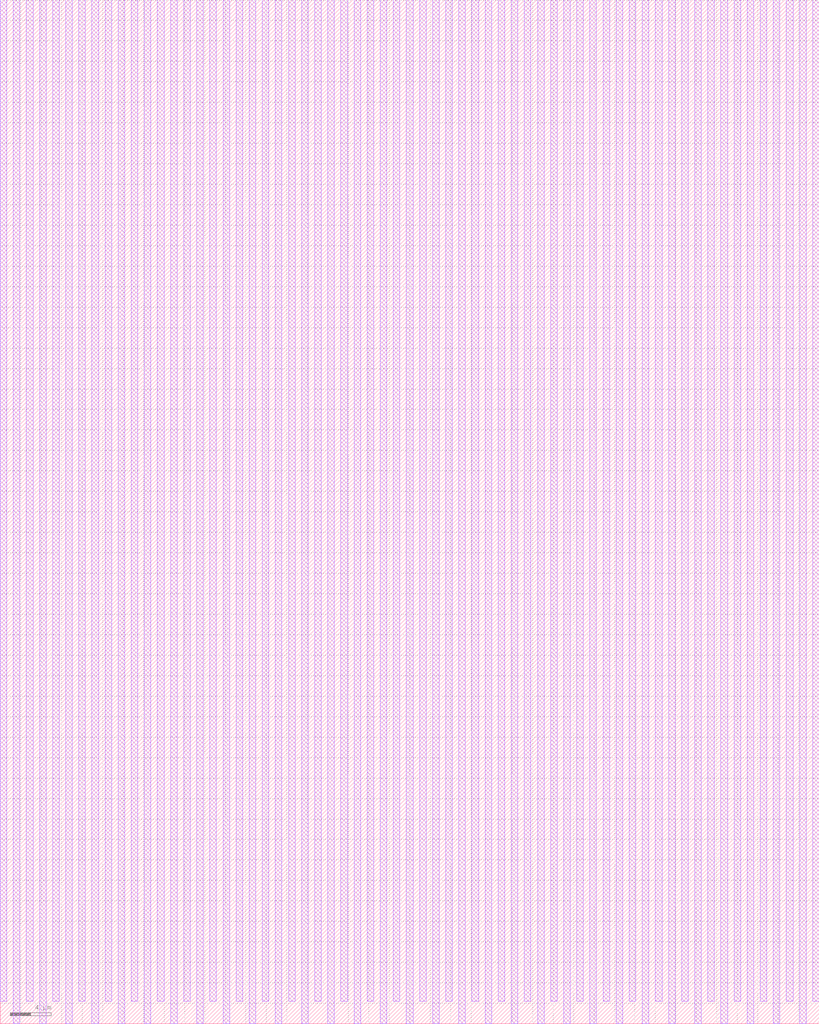
<source format=lef>
VERSION 5.7 ;
  NOWIREEXTENSIONATPIN ON ;
  DIVIDERCHAR "/" ;
  BUSBITCHARS "[]" ;
MACRO analog_routes_user
  CLASS COVER ;
  FOREIGN analog_routes_user ;
  ORIGIN 0.000 0.000 ;
  SIZE 80.000 BY 100.000 ;
  OBS
      LAYER met4 ;
        RECT 0.000 2.210 0.640 100.000 ;
        RECT 1.280 0.000 1.920 100.000 ;
        RECT 2.560 2.210 3.200 100.000 ;
        RECT 3.840 0.000 4.480 100.000 ;
        RECT 5.120 2.210 5.760 100.000 ;
        RECT 6.400 0.000 7.040 100.000 ;
        RECT 7.680 2.210 8.320 100.000 ;
        RECT 8.960 0.000 9.600 100.000 ;
        RECT 10.240 2.210 10.880 100.000 ;
        RECT 11.520 0.000 12.160 100.000 ;
        RECT 12.800 2.210 13.440 100.000 ;
        RECT 14.080 0.000 14.720 100.000 ;
        RECT 15.360 2.210 16.000 100.000 ;
        RECT 16.640 0.000 17.280 100.000 ;
        RECT 17.920 2.210 18.560 100.000 ;
        RECT 19.200 0.000 19.840 100.000 ;
        RECT 20.480 2.210 21.120 100.000 ;
        RECT 21.760 0.000 22.400 100.000 ;
        RECT 23.040 2.210 23.680 100.000 ;
        RECT 24.320 0.000 24.960 100.000 ;
        RECT 25.600 2.210 26.240 100.000 ;
        RECT 26.880 0.000 27.520 100.000 ;
        RECT 28.160 2.210 28.800 100.000 ;
        RECT 29.440 0.000 30.080 100.000 ;
        RECT 30.720 2.210 31.360 100.000 ;
        RECT 32.000 0.000 32.640 100.000 ;
        RECT 33.280 2.210 33.920 100.000 ;
        RECT 34.560 0.000 35.200 100.000 ;
        RECT 35.840 2.210 36.480 100.000 ;
        RECT 37.120 0.000 37.760 100.000 ;
        RECT 38.400 2.210 39.040 100.000 ;
        RECT 39.680 0.000 40.320 100.000 ;
        RECT 40.960 2.210 41.600 100.000 ;
        RECT 42.240 0.000 42.880 100.000 ;
        RECT 43.520 2.210 44.160 100.000 ;
        RECT 44.800 0.000 45.440 100.000 ;
        RECT 46.080 2.210 46.720 100.000 ;
        RECT 47.360 0.000 48.000 100.000 ;
        RECT 48.640 2.210 49.280 100.000 ;
        RECT 49.920 0.000 50.560 100.000 ;
        RECT 51.200 2.210 51.840 100.000 ;
        RECT 52.480 0.000 53.120 100.000 ;
        RECT 53.760 2.210 54.400 100.000 ;
        RECT 55.040 0.000 55.680 100.000 ;
        RECT 56.320 2.210 56.960 100.000 ;
        RECT 57.600 0.000 58.240 100.000 ;
        RECT 58.880 2.210 59.520 100.000 ;
        RECT 60.160 0.000 60.800 100.000 ;
        RECT 61.440 2.210 62.080 100.000 ;
        RECT 62.720 0.000 63.360 100.000 ;
        RECT 64.000 2.210 64.640 100.000 ;
        RECT 65.280 0.000 65.920 100.000 ;
        RECT 66.560 2.210 67.200 100.000 ;
        RECT 67.840 0.000 68.480 100.000 ;
        RECT 69.120 2.210 69.760 100.000 ;
        RECT 70.400 0.000 71.040 100.000 ;
        RECT 71.680 2.210 72.320 100.000 ;
        RECT 72.960 0.000 73.600 100.000 ;
        RECT 74.240 2.210 74.880 100.000 ;
        RECT 75.520 0.000 76.160 100.000 ;
        RECT 76.800 2.210 77.440 100.000 ;
        RECT 78.080 0.000 78.720 100.000 ;
        RECT 79.360 2.210 80.000 100.000 ;
  END
END analog_routes_user
END LIBRARY


</source>
